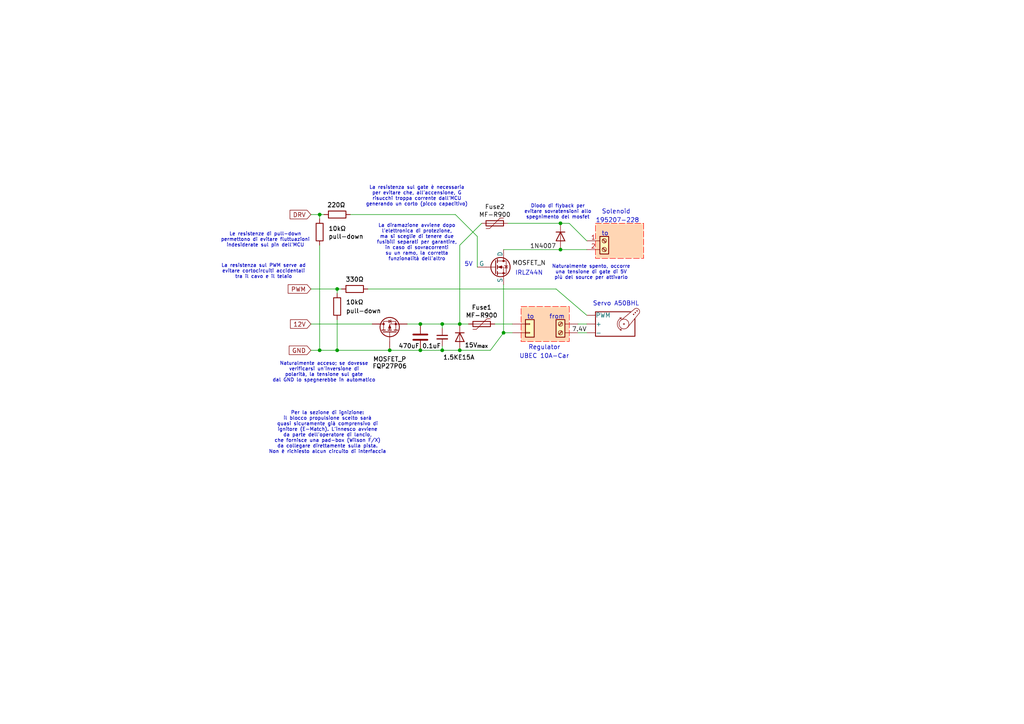
<source format=kicad_sch>
(kicad_sch (version 20250114) (generator "eeschema") (generator_version "9.0")
  (paper "A4")
  (title_block (title "Modulo Attuazione") (date "2025-11-28") (company "StarPi"))
  (lib_symbols
    (symbol "Conn_01x02_1" (pin_numbers (hide yes)) (pin_names (offset 1.016) (hide yes))
      (property "Reference" "J" (at 0 2.54 0))
      (property "Value" "Conn_01x02" (at 0 -5.08 0))
      (symbol "Conn_01x02_1_1_1"
        (rectangle (start -1.27 1.27) (end 1.27 -3.81) (stroke (width 0.254)) (fill (type background)))
        (rectangle (start -1.27 0.127) (end 0 -0.127) (stroke (width 0.1524)))
        (rectangle (start -1.27 -2.413) (end 0 -2.667) (stroke (width 0.1524)))
        (pin passive line (at -5.08 0 0) (length 3.81) (name "Pin_1") (number "1"))
        (pin passive line (at -5.08 -2.54 0) (length 3.81) (name "Pin_2") (number "2"))
      )
    )
    (symbol "Connector:Screw_Terminal_01x02" (pin_numbers (hide yes)) (pin_names (offset 1.016) (hide yes))
      (property "Reference" "J" (at 0 2.54 0))
      (property "Value" "Screw_Terminal_01x02" (at 0 -5.08 0))
      (symbol "Screw_Terminal_01x02_1_1"
        (rectangle (start -1.27 1.27) (end 1.27 -3.81) (stroke (width 0.254)) (fill (type background)))
        (polyline (pts (xy -0.5334 0.3302) (xy 0.3302 -0.508)) (stroke (width 0.1524)))
        (polyline (pts (xy -0.5334 -2.2098) (xy 0.3302 -3.048)) (stroke (width 0.1524)))
        (polyline (pts (xy -0.3556 0.508) (xy 0.508 -0.3302)) (stroke (width 0.1524)))
        (polyline (pts (xy -0.3556 -2.032) (xy 0.508 -2.8702)) (stroke (width 0.1524)))
        (circle (center 0 0) (radius 0.635) (stroke (width 0.1524)))
        (circle (center 0 -2.54) (radius 0.635) (stroke (width 0.1524)))
        (pin passive line (at -5.08 0 0) (length 3.81) (name "Pin_1") (number "1"))
        (pin passive line (at -5.08 -2.54 0) (length 3.81) (name "Pin_2") (number "2"))
      )
    )
    (symbol "Device:C" (pin_numbers (hide yes)) (pin_names (offset 0.254))
      (property "Reference" "C" (at 0.635 2.54 0))
      (property "Value" "C" (at 0.635 -2.54 0))
      (symbol "C_0_1"
        (polyline (pts (xy -2.032 0.762) (xy 2.032 0.762)) (stroke (width 0.508)))
        (polyline (pts (xy -2.032 -0.762) (xy 2.032 -0.762)) (stroke (width 0.508)))
      )
      (symbol "C_1_1"
        (pin passive line (at 0 3.81 270) (length 2.794) (name "~") (number "1"))
        (pin passive line (at 0 -3.81 90) (length 2.794) (name "~") (number "2"))
      )
    )
    (symbol "Device:C_Small" (pin_numbers (hide yes)) (pin_names (offset 0.254) (hide yes))
      (property "Reference" "C" (at 0.254 1.778 0))
      (property "Value" "C_Small" (at 0.254 -2.032 0))
      (symbol "C_Small_0_1"
        (polyline (pts (xy -1.524 0.508) (xy 1.524 0.508)) (stroke (width 0.3048)))
        (polyline (pts (xy -1.524 -0.508) (xy 1.524 -0.508)) (stroke (width 0.3302)))
      )
      (symbol "C_Small_1_1"
        (pin passive line (at 0 2.54 270) (length 2.032) (name "~") (number "1"))
        (pin passive line (at 0 -2.54 90) (length 2.032) (name "~") (number "2"))
      )
    )
    (symbol "Device:Polyfuse" (pin_numbers (hide yes)) (pin_names (offset 0))
      (property "Reference" "F" (at -2.54 0 90))
      (property "Value" "Polyfuse" (at 2.54 0 90))
      (symbol "Polyfuse_0_1"
        (polyline (pts (xy -1.524 2.54) (xy -1.524 1.524) (xy 1.524 -1.524) (xy 1.524 -2.54)))
        (rectangle (start -0.762 2.54) (end 0.762 -2.54) (stroke (width 0.254)))
        (polyline (pts (xy 0 2.54) (xy 0 -2.54)))
      )
      (symbol "Polyfuse_1_1"
        (pin passive line (at 0 3.81 270) (length 1.27) (name "~") (number "1"))
        (pin passive line (at 0 -3.81 90) (length 1.27) (name "~") (number "2"))
      )
    )
    (symbol "Device:R" (pin_numbers (hide yes)) (pin_names (offset 0))
      (property "Reference" "R" (at 2.032 0 90))
      (property "Value" "R" (at 0 0 90))
      (symbol "R_0_1"
        (rectangle (start -1.016 -2.54) (end 1.016 2.54) (stroke (width 0.254)))
      )
      (symbol "R_1_1"
        (pin passive line (at 0 3.81 270) (length 1.27) (name "~") (number "1"))
        (pin passive line (at 0 -3.81 90) (length 1.27) (name "~") (number "2"))
      )
    )
    (symbol "Diode:1N4148WT" (pin_numbers (hide yes)) (pin_names (hide yes))
      (property "Reference" "D" (at 0 2.54 0))
      (property "Value" "1N4148WT" (at 0 -2.54 0))
      (symbol "1N4148WT_0_1"
        (polyline (pts (xy -1.27 1.27) (xy -1.27 -1.27)) (stroke (width 0.254)))
        (polyline (pts (xy 1.27 1.27) (xy 1.27 -1.27) (xy -1.27 0) (xy 1.27 1.27)) (stroke (width 0.254)))
        (polyline (pts (xy 1.27 0) (xy -1.27 0)))
      )
      (symbol "1N4148WT_1_1"
        (pin passive line (at -3.81 0 0) (length 2.54) (name "K") (number "1"))
        (pin passive line (at 3.81 0 180) (length 2.54) (name "A") (number "2"))
      )
    )
    (symbol "Motor:Motor_Servo" (pin_numbers (hide yes)) (pin_names (offset 0.0254))
      (property "Reference" "M" (at -5.08 4.445 0))
      (property "Value" "Motor_Servo" (at -5.08 -4.064 0))
      (symbol "Motor_Servo_0_1"
        (polyline (pts (xy 2.413 1.778) (xy 1.905 1.778)))
        (polyline (pts (xy 2.413 1.778) (xy 2.286 1.397)))
        (polyline (pts (xy 2.413 -1.778) (xy 2.032 -1.778)))
        (polyline (pts (xy 2.413 -1.778) (xy 2.286 -1.397)))
        (arc (start 2.413 -1.778) (mid 1.2406 0) (end 2.413 1.778))
        (circle (center 3.175 0) (radius 0.1778))
        (circle (center 3.175 0) (radius 1.4224))
        (polyline (pts (xy 5.08 3.556) (xy -5.08 3.556) (xy -5.08 -3.556) (xy 6.35 -3.556) (xy 6.35 1.524)) (stroke (width 0.254)))
        (circle (center 5.969 2.794) (radius 0.127))
        (polyline (pts (xy 6.35 4.445) (xy 2.54 1.27)))
        (circle (center 6.477 3.302) (radius 0.127))
        (arc (start 6.35 4.445) (mid 7.4487 4.2737) (end 7.62 3.175))
        (circle (center 6.985 3.81) (radius 0.127))
        (polyline (pts (xy 7.62 3.175) (xy 4.191 -1.016)))
      )
      (symbol "Motor_Servo_1_1"
        (pin passive line (at -7.62 2.54 0) (length 2.54) (name "PWM") (number "1"))
        (pin passive line (at -7.62 0 0) (length 2.54) (name "+") (number "2"))
        (pin passive line (at -7.62 -2.54 0) (length 2.54) (name "-") (number "3"))
      )
    )
    (symbol "Screw_Terminal_01x02_1" (pin_names (offset 1.016) (hide yes))
      (property "Reference" "J" (at 0 2.54 0))
      (property "Value" "Screw_Terminal_01x02" (at 0 -5.08 0))
      (symbol "Screw_Terminal_01x02_1_1_1"
        (rectangle (start -1.27 1.27) (end 1.27 -3.81) (stroke (width 0.254)) (fill (type background)))
        (polyline (pts (xy -0.5334 0.3302) (xy 0.3302 -0.508)) (stroke (width 0.1524)))
        (polyline (pts (xy -0.5334 -2.2098) (xy 0.3302 -3.048)) (stroke (width 0.1524)))
        (polyline (pts (xy -0.3556 0.508) (xy 0.508 -0.3302)) (stroke (width 0.1524)))
        (polyline (pts (xy -0.3556 -2.032) (xy 0.508 -2.8702)) (stroke (width 0.1524)))
        (circle (center 0 0) (radius 0.635) (stroke (width 0.1524)))
        (circle (center 0 -2.54) (radius 0.635) (stroke (width 0.1524)))
        (pin passive line (at -5.08 0 0) (length 3.81) (name "Pin_1") (number "1"))
        (pin passive line (at -5.08 -2.54 0) (length 3.81) (name "Pin_2") (number "2"))
      )
    )
    (symbol "Simulation_SPICE:NMOS" (pin_numbers (hide yes)) (pin_names (offset 0))
      (property "Reference" "Q" (at 5.08 1.27 0))
      (property "Value" "NMOS" (at 5.08 -1.27 0))
      (symbol "NMOS_0_1"
        (polyline (pts (xy 0.254 1.905) (xy 0.254 -1.905)) (stroke (width 0.254)))
        (polyline (pts (xy 0.254 0) (xy -2.54 0)))
        (polyline (pts (xy 0.762 2.286) (xy 0.762 1.27)) (stroke (width 0.254)))
        (polyline (pts (xy 0.762 0.508) (xy 0.762 -0.508)) (stroke (width 0.254)))
        (polyline (pts (xy 0.762 -1.27) (xy 0.762 -2.286)) (stroke (width 0.254)))
        (polyline (pts (xy 0.762 -1.778) (xy 3.302 -1.778) (xy 3.302 1.778) (xy 0.762 1.778)))
        (polyline (pts (xy 1.016 0) (xy 2.032 0.381) (xy 2.032 -0.381) (xy 1.016 0)) (fill (type outline)))
        (circle (center 1.651 0) (radius 2.794) (stroke (width 0.254)))
        (polyline (pts (xy 2.54 2.54) (xy 2.54 1.778)))
        (circle (center 2.54 1.778) (radius 0.254) (fill (type outline)))
        (circle (center 2.54 -1.778) (radius 0.254) (fill (type outline)))
        (polyline (pts (xy 2.54 -2.54) (xy 2.54 0) (xy 0.762 0)))
        (polyline (pts (xy 2.794 0.508) (xy 2.921 0.381) (xy 3.683 0.381) (xy 3.81 0.254)))
        (polyline (pts (xy 3.302 0.381) (xy 2.921 -0.254) (xy 3.683 -0.254) (xy 3.302 0.381)))
      )
      (symbol "NMOS_1_1"
        (pin input line (at -5.08 0 0) (length 2.54) (name "G") (number "2"))
        (pin passive line (at 2.54 5.08 270) (length 2.54) (name "D") (number "1"))
        (pin passive line (at 2.54 -5.08 90) (length 2.54) (name "S") (number "3"))
      )
    )
    (symbol "Transistor_FET:FQP27P06" (pin_numbers (hide yes)) (pin_names (hide yes))
      (property "Reference" "Q" (at 5.08 1.905 0))
      (property "Value" "FQP27P06" (at 5.08 0 0))
      (symbol "FQP27P06_0_1"
        (polyline (pts (xy 0.254 1.905) (xy 0.254 -1.905)) (stroke (width 0.254)))
        (polyline (pts (xy 0.254 0) (xy -2.54 0)))
        (polyline (pts (xy 0.762 2.286) (xy 0.762 1.27)) (stroke (width 0.254)))
        (polyline (pts (xy 0.762 1.778) (xy 3.302 1.778) (xy 3.302 -1.778) (xy 0.762 -1.778)))
        (polyline (pts (xy 0.762 0.508) (xy 0.762 -0.508)) (stroke (width 0.254)))
        (polyline (pts (xy 0.762 -1.27) (xy 0.762 -2.286)) (stroke (width 0.254)))
        (circle (center 1.651 0) (radius 2.794) (stroke (width 0.254)))
        (polyline (pts (xy 2.286 0) (xy 1.27 0.381) (xy 1.27 -0.381) (xy 2.286 0)) (fill (type outline)))
        (polyline (pts (xy 2.54 2.54) (xy 2.54 1.778)))
        (circle (center 2.54 1.778) (radius 0.254) (fill (type outline)))
        (circle (center 2.54 -1.778) (radius 0.254) (fill (type outline)))
        (polyline (pts (xy 2.54 -2.54) (xy 2.54 0) (xy 0.762 0)))
        (polyline (pts (xy 2.794 -0.508) (xy 2.921 -0.381) (xy 3.683 -0.381) (xy 3.81 -0.254)))
        (polyline (pts (xy 3.302 -0.381) (xy 2.921 0.254) (xy 3.683 0.254) (xy 3.302 -0.381)))
      )
      (symbol "FQP27P06_1_1"
        (pin input line (at -5.08 0 0) (length 2.54) (name "G") (number "1"))
        (pin passive line (at 2.54 5.08 270) (length 2.54) (name "D") (number "2"))
        (pin passive line (at 2.54 -5.08 90) (length 2.54) (name "S") (number "3"))
      )
    )
  )
  (text "Diodo di flyback per\nevitare sovratensioni allo\nspegnimento del mosfet" (at 161.798 61.468 0) (effects (font (size 1 1))))
  (text "5V" (at 137.16 77.47 0) (effects (font (size 1.27 1.27)) (justify right bottom)))
  (text "Le resistenze di pull-down\npermettono di evitare fluttuazioni\nindesiderate sul pin dell'MCU" (at 76.962 69.596 0) (effects (font (size 1 1))))
  (text "Servo A50BHL" (at 185.42 88.9 0) (effects (font (size 1.27 1.27)) (justify right bottom)))
  (text "Naturalmente spento, occorre\nuna tensione di gate di 5V\npiù del source per attivarlo" (at 171.45 78.994 0) (effects (font (size 1 1))))
  (text "Per la sezione di ignizione:\nil blocco propulsione scelto sarà\nquasi sicuramente già comprensivo di\nignitore (E-Match). L'innesco avviene\nda parte dell'operatore di lancio,\nche fornisce una pad-box (Wilson F/X)\nda collegare direttamente sulla pista.\nNon è richiesto alcun circuito di interfaccia" (at 94.996 125.476 0) (effects (font (size 1 1))))
  (text "to" (at 154.94 92.71 0) (effects (font (size 1.27 1.27)) (justify right bottom)))
  (text "La resistenza sul gate è necessaria\nper evitare che, all'accensione, G\nrisucchi troppa corrente dall'MCU\ngenerando un corto (picco capacitivo)" (at 120.904 56.896 0) (effects (font (size 1 1))))
  (text "from" (at 163.83 92.71 0) (effects (font (size 1.27 1.27)) (justify right bottom)))
  (text "Solenoid" (at 182.88 62.23 0) (effects (font (size 1.27 1.27)) (justify right bottom)))
  (text "IRLZ44N" (at 157.48 80.01 0) (effects (font (size 1.27 1.27)) (justify right bottom)))
  (text "UBEC 10A-Car" (at 165.1 104.14 0) (effects (font (size 1.27 1.27)) (justify right bottom)))
  (text "to" (at 176.53 68.58 0) (effects (font (size 1.27 1.27)) (justify right bottom)))
  (text "Naturalmente acceso; se dovesse\nverificarsi un'inversione di\npolarità, la tensione sul gate\ndal GND lo spegnerebbe in automatico" (at 93.98 107.95 0) (effects (font (size 1 1))))
  (text "Regulator" (at 162.56 101.6 0) (effects (font (size 1.27 1.27)) (justify right bottom)))
  (text "195207-228" (at 185.42 64.77 0) (effects (font (size 1.27 1.27)) (justify right bottom)))
  (text "La diramazione avviene dopo\nl'elettronica di protezione,\nma si sceglie di tenere due\nfusibili separati per garantire,\nin caso di sovracorrenti\nsu un ramo, la corretta\nfunzionalità dell'altro" (at 120.904 70.358 0) (effects (font (size 1 1))))
  (text "La resistenza sul PWM serve ad\nevitare cortocircuiti accidentali\ntra il cavo e il telaio" (at 76.454 78.74 0) (effects (font (size 1 1))))
  (junction (at 128.27 101.6))
  (junction (at 92.71 62.23))
  (junction (at 162.56 72.39))
  (junction (at 121.92 101.6))
  (junction (at 133.35 93.98))
  (junction (at 97.79 101.6))
  (junction (at 162.56 64.77))
  (junction (at 146.05 96.52))
  (junction (at 121.92 93.98))
  (junction (at 128.27 93.98))
  (junction (at 113.03 101.6))
  (junction (at 133.35 101.6))
  (junction (at 92.71 101.6))
  (junction (at 97.79 83.82))
  (wire (pts (xy 138.43 77.47) (xy 138.43 68.58)))
  (wire (pts (xy 97.79 85.09) (xy 97.79 83.82)))
  (wire (pts (xy 135.89 93.98) (xy 133.35 93.98)))
  (wire (pts (xy 97.79 101.6) (xy 113.03 101.6)))
  (wire (pts (xy 90.17 83.82) (xy 97.79 83.82)))
  (wire (pts (xy 146.05 82.55) (xy 146.05 96.52)))
  (wire (pts (xy 162.56 72.39) (xy 170.18 72.39)))
  (wire (pts (xy 142.24 101.6) (xy 146.05 96.52)))
  (wire (pts (xy 97.79 92.71) (xy 97.79 101.6)))
  (wire (pts (xy 92.71 101.6) (xy 97.79 101.6)))
  (wire (pts (xy 167.64 96.52) (xy 170.18 96.52)))
  (wire (pts (xy 93.98 62.23) (xy 92.71 62.23)))
  (wire (pts (xy 92.71 71.12) (xy 92.71 101.6)))
  (wire (pts (xy 121.92 101.6) (xy 128.27 101.6)))
  (wire (pts (xy 147.32 64.77) (xy 162.56 64.77)))
  (wire (pts (xy 146.05 96.52) (xy 148.59 96.52)))
  (wire (pts (xy 167.64 93.98) (xy 170.18 93.98)))
  (wire (pts (xy 92.71 62.23) (xy 92.71 63.5)))
  (wire (pts (xy 139.7 64.77) (xy 133.35 71.12)))
  (wire (pts (xy 170.18 69.85) (xy 165.1 64.77)))
  (wire (pts (xy 143.51 93.98) (xy 148.59 93.98)))
  (wire (pts (xy 106.68 83.82) (xy 161.29 83.82)))
  (wire (pts (xy 128.27 93.98) (xy 133.35 93.98)))
  (wire (pts (xy 133.35 71.12) (xy 133.35 93.98)))
  (wire (pts (xy 128.27 100.33) (xy 128.27 101.6)))
  (wire (pts (xy 90.17 101.6) (xy 92.71 101.6)))
  (wire (pts (xy 118.11 93.98) (xy 121.92 93.98)))
  (wire (pts (xy 162.56 64.77) (xy 165.1 64.77)))
  (wire (pts (xy 101.6 62.23) (xy 132.08 62.23)))
  (wire (pts (xy 121.92 93.98) (xy 128.27 93.98)))
  (wire (pts (xy 138.43 68.58) (xy 132.08 62.23)))
  (wire (pts (xy 90.17 62.23) (xy 92.71 62.23)))
  (wire (pts (xy 113.03 101.6) (xy 121.92 101.6)))
  (wire (pts (xy 97.79 83.82) (xy 99.06 83.82)))
  (wire (pts (xy 146.05 72.39) (xy 162.56 72.39)))
  (wire (pts (xy 133.35 101.6) (xy 142.24 101.6)))
  (wire (pts (xy 128.27 101.6) (xy 133.35 101.6)))
  (wire (pts (xy 161.29 83.82) (xy 170.18 91.44)))
  (wire (pts (xy 90.17 93.98) (xy 107.95 93.98)))
  (wire (pts (xy 128.27 95.25) (xy 128.27 93.98)))
  (label "1N4007" (at 161.29 72.39 180))
  (label "7.4V" (at 170.18 96.52 180))
  (global_label "PWM" (shape input) (at 90.17 83.82 180) (property "Intersheetrefs" "${INTERSHEET_REFS}" (effects (hide yes))))
  (global_label "12V" (shape input) (at 90.17 93.98 180) (property "Intersheetrefs" "${INTERSHEET_REFS}" (effects (hide yes))))
  (global_label "GND" (shape input) (at 90.17 101.6 180) (property "Intersheetrefs" "${INTERSHEET_REFS}" (effects (hide yes))))
  (global_label "DRV" (shape input) (at 90.17 62.23 180) (property "Intersheetrefs" "${INTERSHEET_REFS}" (effects (hide yes))))
  (rule_area (polyline (pts (xy 186.69 64.77) (xy 186.69 74.93) (xy 172.72 74.93) (xy 172.72 64.77)) (stroke (width 0) (type dash)) (fill (type color) (color 255 214 180 1))))
  (rule_area (polyline (pts (xy 165.1 88.9) (xy 165.1 99.06) (xy 151.13 99.06) (xy 151.13 88.9)) (stroke (width 0) (type dash)) (fill (type color) (color 255 214 180 1))))
  (symbol (lib_id "Transistor_FET:FQP27P06") (at 113.03 96.52 90) (unit 1)
    (property "Reference" "MOSFET_P" (at 113.03 104.14 90))
    (property "Value" "FQP27P06" (at 113.03 106.172 90))
    (property "Footprint" "Package_TO_SOT_THT:TO-220-3_Vertical" (effects (hide yes)))
    (property "Datasheet" "https://www.onsemi.com/pub/Collateral/FQP27P06-D.PDF" (effects (hide yes)))
    (property "Description" "-27A Id, -60V Vds, QFET P-Channel MOSFET, TO-220" (effects (hide yes)))
  )
  (symbol (lib_name "Screw_Terminal_01x02_1") (lib_id "Connector:Screw_Terminal_01x02") (at 175.26 69.85 0) (unit 1)
    (property "Reference" "J4" (effects (hide yes)))
    (property "Value" "Screw_Terminal_01x02" (effects (hide yes)))
    (property "Description" "Generic screw terminal, single row, 01x02, script generated (kicad-library-utils/schlib/autogen/connector/)" (effects (hide yes)))
  )
  (symbol (lib_id "Device:Polyfuse") (at 139.7 93.98 90) (unit 1)
    (property "Reference" "Fuse1" (at 139.7 89.154 90))
    (property "Value" "MF-R900" (at 139.7 91.44 90))
    (property "Description" "Resettable fuse, polymeric positive temperature coefficient" (effects (hide yes)))
  )
  (symbol (lib_id "Diode:1N4148WT") (at 133.35 97.79 270) (unit 1)
    (property "Reference" ".1" (effects (hide yes)))
    (property "Value" "1.5KE15A" (at 137.668 103.632 90) (effects (justify right)))
    (property "Footprint" "Diode_SMD:D_SOD-523" (effects (hide yes)))
    (property "Datasheet" "https://www.diodes.com/assets/Datasheets/ds30396.pdf" (effects (hide yes)))
    (property "Description" "75V 0.15A Fast switching Diode, SOD-523" (effects (hide yes)))
    (property "Sim.Device" "15V_{max}" (at 138.176 100.076 90))
    (property "Sim.Pins" "1=K 2=A" (effects (hide yes)))
  )
  (symbol (lib_id "Device:R") (at 92.71 67.31 0) (unit 1)
    (property "Reference" "10kΩ" (at 95.25 66.294 0) (effects (justify left)))
    (property "Value" "pull-down" (at 95.25 68.5799 0) (effects (justify left)))
    (property "Description" "Resistor" (effects (hide yes)))
  )
  (symbol (lib_id "Device:R") (at 97.79 62.23 90) (unit 1)
    (property "Reference" "220Ω" (at 97.536 59.436 90))
    (property "Value" "pull-down" (effects (hide yes)))
    (property "Description" "Resistor" (effects (hide yes)))
  )
  (symbol (lib_id "Motor:Motor_Servo") (at 177.8 93.98 0) (unit 1)
    (property "Reference" "M1" (effects (hide yes)))
    (property "Value" "Motor_Servo" (effects (hide yes)))
    (property "Datasheet" "http://forums.parallax.com/uploads/attachments/46831/74481.png" (effects (hide yes)))
    (property "Description" "Servo Motor (Futaba, HiTec, JR connector)" (effects (hide yes)))
  )
  (symbol (lib_name "Conn_01x02_1") (lib_id "Connector_Generic:Conn_01x02") (at 153.67 93.98 0) (unit 1)
    (property "Reference" "J1" (effects (hide yes)))
    (property "Value" "Conn_01x02" (effects (hide yes)))
    (property "Description" "Generic connector, single row, 01x02, script generated (kicad-library-utils/schlib/autogen/connector/)" (effects (hide yes)))
  )
  (symbol (lib_id "Device:R") (at 102.87 83.82 90) (unit 1)
    (property "Reference" "330Ω" (at 102.87 81.026 90))
    (property "Value" "pull-down" (effects (hide yes)))
    (property "Description" "Resistor" (effects (hide yes)))
  )
  (symbol (lib_id "Device:C") (at 121.92 97.79 0) (unit 1)
    (property "Reference" "UHW1E471MPD1" (effects (hide yes)))
    (property "Value" "470uF" (at 115.57 100.33 0) (effects (justify left)))
    (property "Description" "Unpolarized capacitor" (effects (hide yes)))
  )
  (symbol (lib_id "Connector:Screw_Terminal_01x02") (at 162.56 93.98 0) (mirror y) (unit 1)
    (property "Reference" "J2" (effects (hide yes)))
    (property "Description" "Generic screw terminal, single row, 01x02, script generated (kicad-library-utils/schlib/autogen/connector/)" (effects (hide yes)))
  )
  (symbol (lib_id "Device:Polyfuse") (at 143.51 64.77 90) (unit 1)
    (property "Reference" "Fuse2" (at 143.51 59.944 90))
    (property "Value" "MF-R900" (at 143.51 62.23 90))
    (property "Description" "Resettable fuse, polymeric positive temperature coefficient" (effects (hide yes)))
  )
  (symbol (lib_id "Simulation_SPICE:NMOS") (at 143.51 77.47 0) (unit 1)
    (property "Reference" "Q1" (effects (hide yes)))
    (property "Value" "MOSFET_N" (at 148.59 76.1999 0) (effects (justify left)))
    (property "Datasheet" "https://ngspice.sourceforge.io/docs/ngspice-html-manual/manual.xhtml#cha_MOSFETs" (effects (hide yes)))
    (property "Description" "N-MOSFET transistor, drain/source/gate" (effects (hide yes)))
    (property "Sim.Device" "NMOS" (effects (hide yes)))
    (property "Sim.Type" "VDMOS" (effects (hide yes)))
    (property "Sim.Pins" "1=D 2=G 3=S" (effects (hide yes)))
  )
  (symbol (lib_id "Device:R") (at 97.79 88.9 0) (unit 1)
    (property "Reference" "10kΩ" (at 100.33 87.6299 0) (effects (justify left)))
    (property "Value" "pull-down" (at 100.33 90.1699 0) (effects (justify left)))
    (property "Description" "Resistor" (effects (hide yes)))
  )
  (symbol (lib_id "Device:C_Small") (at 128.27 97.79 0) (unit 1)
    (property "Reference" "0.1uF" (at 122.428 100.33 0) (effects (justify left)))
    (property "Value" "C1206C104K5RACTU" (effects (hide yes)))
    (property "Description" "Unpolarized capacitor, small symbol" (effects (hide yes)))
  )
  (symbol (lib_id "Diode:1N4148WT") (at 162.56 68.58 270) (unit 1)
    (property "Reference" ".2" (effects (hide yes)))
    (property "Value" "1.5KE15A" (effects (hide yes)))
    (property "Footprint" "Diode_SMD:D_SOD-523" (effects (hide yes)))
    (property "Datasheet" "https://www.diodes.com/assets/Datasheets/ds30396.pdf" (effects (hide yes)))
    (property "Description" "75V 0.15A Fast switching Diode, SOD-523" (effects (hide yes)))
    (property "Sim.Device" "15V_{max}" (effects (hide yes)))
    (property "Sim.Pins" "1=K 2=A" (effects (hide yes)))
  )
)
</source>
